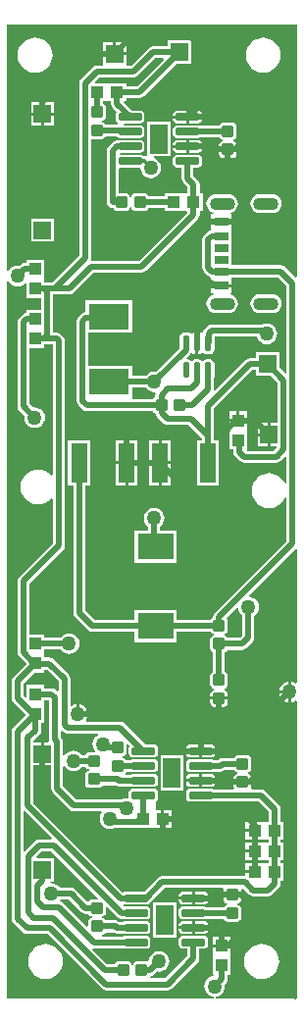
<source format=gbr>
%TF.GenerationSoftware,Altium Limited,Altium Designer,22.2.1 (43)*%
G04 Layer_Physical_Order=2*
G04 Layer_Color=16711680*
%FSLAX45Y45*%
%MOMM*%
%TF.SameCoordinates,1A700276-89F6-4FF8-B3D7-4A67EA63658B*%
%TF.FilePolarity,Positive*%
%TF.FileFunction,Copper,L2,Bot,Signal*%
%TF.Part,Single*%
G01*
G75*
%TA.AperFunction,Conductor*%
%ADD10C,0.50000*%
%TA.AperFunction,ComponentPad*%
%ADD11O,2.20000X1.10000*%
%ADD12R,1.50000X1.50000*%
%ADD13R,1.50000X1.50000*%
%TA.AperFunction,ViaPad*%
%ADD14C,1.27000*%
%TA.AperFunction,SMDPad,CuDef*%
G04:AMPARAMS|DCode=15|XSize=0.94mm|YSize=1.02mm|CornerRadius=0.094mm|HoleSize=0mm|Usage=FLASHONLY|Rotation=270.000|XOffset=0mm|YOffset=0mm|HoleType=Round|Shape=RoundedRectangle|*
%AMROUNDEDRECTD15*
21,1,0.94000,0.83200,0,0,270.0*
21,1,0.75200,1.02000,0,0,270.0*
1,1,0.18800,-0.41600,-0.37600*
1,1,0.18800,-0.41600,0.37600*
1,1,0.18800,0.41600,0.37600*
1,1,0.18800,0.41600,-0.37600*
%
%ADD15ROUNDEDRECTD15*%
%ADD16R,1.00000X1.10000*%
%ADD17R,1.10000X1.00000*%
%TA.AperFunction,ConnectorPad*%
%ADD18R,1.20000X0.80000*%
%ADD19R,1.20000X0.76000*%
%ADD20R,1.20000X0.70000*%
%TA.AperFunction,SMDPad,CuDef*%
%ADD21R,3.12000X2.29000*%
%ADD22R,1.37160X3.40360*%
G04:AMPARAMS|DCode=23|XSize=0.94mm|YSize=1.02mm|CornerRadius=0.094mm|HoleSize=0mm|Usage=FLASHONLY|Rotation=180.000|XOffset=0mm|YOffset=0mm|HoleType=Round|Shape=RoundedRectangle|*
%AMROUNDEDRECTD23*
21,1,0.94000,0.83200,0,0,180.0*
21,1,0.75200,1.02000,0,0,180.0*
1,1,0.18800,-0.37600,0.41600*
1,1,0.18800,0.37600,0.41600*
1,1,0.18800,0.37600,-0.41600*
1,1,0.18800,-0.37600,-0.41600*
%
%ADD23ROUNDEDRECTD23*%
G04:AMPARAMS|DCode=24|XSize=1.97mm|YSize=0.6mm|CornerRadius=0.075mm|HoleSize=0mm|Usage=FLASHONLY|Rotation=180.000|XOffset=0mm|YOffset=0mm|HoleType=Round|Shape=RoundedRectangle|*
%AMROUNDEDRECTD24*
21,1,1.97000,0.45000,0,0,180.0*
21,1,1.82000,0.60000,0,0,180.0*
1,1,0.15000,-0.91000,0.22500*
1,1,0.15000,0.91000,0.22500*
1,1,0.15000,0.91000,-0.22500*
1,1,0.15000,-0.91000,-0.22500*
%
%ADD24ROUNDEDRECTD24*%
%ADD25R,1.50000X2.50000*%
G04:AMPARAMS|DCode=26|XSize=1.37mm|YSize=0.59mm|CornerRadius=0.1475mm|HoleSize=0mm|Usage=FLASHONLY|Rotation=90.000|XOffset=0mm|YOffset=0mm|HoleType=Round|Shape=RoundedRectangle|*
%AMROUNDEDRECTD26*
21,1,1.37000,0.29500,0,0,90.0*
21,1,1.07500,0.59000,0,0,90.0*
1,1,0.29500,0.14750,0.53750*
1,1,0.29500,0.14750,-0.53750*
1,1,0.29500,-0.14750,-0.53750*
1,1,0.29500,-0.14750,0.53750*
%
%ADD26ROUNDEDRECTD26*%
%ADD27R,3.50520X2.26060*%
%TA.AperFunction,Conductor*%
%ADD28C,0.35000*%
G36*
X14697807Y12395579D02*
X14469415Y12167187D01*
X14376698D01*
Y12191200D01*
X14215900D01*
Y12191200D01*
X14206702D01*
Y12191200D01*
X14109267D01*
X14104407Y12202933D01*
X14143684Y12242213D01*
X14439900D01*
X14459566Y12246124D01*
X14476236Y12257264D01*
X14626285Y12407313D01*
X14692947D01*
X14697807Y12395579D01*
D02*
G37*
G36*
X14244911Y12011904D02*
X14248824Y11992239D01*
X14259962Y11975568D01*
X14291911Y11943618D01*
X14286311Y11935237D01*
X14283759Y11922400D01*
Y11877400D01*
X14286311Y11864563D01*
X14293584Y11853680D01*
X14303748Y11846888D01*
X14303897Y11845952D01*
X14297876Y11834188D01*
X14196642D01*
X14189088Y11845490D01*
X14177579Y11853182D01*
X14166800Y11855326D01*
Y11868274D01*
X14177579Y11870418D01*
X14189088Y11878110D01*
X14196780Y11889621D01*
X14199483Y11903199D01*
Y11978399D01*
X14196780Y11991977D01*
X14189088Y12003488D01*
X14177579Y12011180D01*
X14175739Y12011546D01*
Y12040400D01*
X14206702D01*
Y12040400D01*
X14215900D01*
Y12040400D01*
X14244911D01*
Y12011904D01*
D02*
G37*
G36*
X15849600Y10517334D02*
X15836900Y10512073D01*
X15745638Y10603336D01*
X15728966Y10614475D01*
X15709302Y10618387D01*
X15280299D01*
Y10708601D01*
Y10807602D01*
Y10928599D01*
Y10981299D01*
X15194901D01*
X15109500D01*
Y10921693D01*
X15093335Y10918478D01*
X15076665Y10907338D01*
X15046184Y10876858D01*
X15035043Y10860187D01*
X15031133Y10840522D01*
Y10597479D01*
X15035043Y10577814D01*
X15046184Y10561143D01*
X15076665Y10530663D01*
X15093335Y10519524D01*
X15109500Y10516308D01*
Y10456702D01*
X15194901D01*
X15280299D01*
Y10515612D01*
X15688016D01*
X15760114Y10443515D01*
Y9691054D01*
X15748380Y9686193D01*
X15696001Y9738573D01*
Y9866700D01*
X15495200D01*
Y9817687D01*
X15443201D01*
X15423535Y9813776D01*
X15406863Y9802636D01*
X15143030Y9538803D01*
X15131326Y9545059D01*
X15132388Y9550400D01*
Y9641616D01*
X15133571Y9643387D01*
X15136688Y9659052D01*
Y9766553D01*
X15133571Y9782218D01*
X15124696Y9795499D01*
X15111417Y9804373D01*
X15095750Y9807489D01*
X15066251D01*
X15050584Y9804373D01*
X15037305Y9795499D01*
X15029697D01*
X15016415Y9804373D01*
X15000751Y9807489D01*
X14971249D01*
X14955585Y9804373D01*
X14942303Y9795499D01*
X14934695D01*
X14921416Y9804373D01*
X14905750Y9807489D01*
X14898015D01*
X14893155Y9819222D01*
X14927335Y9853403D01*
X14930759Y9858525D01*
X14933167Y9859689D01*
X14945860Y9861730D01*
X14955585Y9855232D01*
X14971249Y9852116D01*
X14973300D01*
Y9946803D01*
Y10041489D01*
X14971249D01*
X14955585Y10038373D01*
X14942303Y10029499D01*
X14934695D01*
X14921416Y10038373D01*
X14905750Y10041489D01*
X14876250D01*
X14860583Y10038373D01*
X14847302Y10029499D01*
X14838429Y10016218D01*
X14835312Y10000553D01*
Y9906725D01*
X14630177Y9701590D01*
X14615160Y9703567D01*
X14591953Y9700512D01*
X14570326Y9691554D01*
X14551756Y9677304D01*
X14542535Y9665287D01*
X14424660D01*
Y9749790D01*
X14049327D01*
Y10036810D01*
X14424660D01*
Y10313670D01*
X14023340D01*
Y10213422D01*
X14006215Y10210016D01*
X13989545Y10198876D01*
X13961604Y10170936D01*
X13950464Y10154265D01*
X13946553Y10134600D01*
Y9448800D01*
X13950464Y9429135D01*
X13961604Y9412464D01*
X13999704Y9374364D01*
X14016376Y9363224D01*
X14036040Y9359313D01*
X14607266D01*
X14608020Y9355522D01*
X14615712Y9344011D01*
X14627223Y9336319D01*
X14628786Y9336008D01*
X14630925Y9325254D01*
X14642065Y9308583D01*
X14695663Y9254984D01*
X14712335Y9243844D01*
X14732001Y9239933D01*
X14913914D01*
X15026053Y9127795D01*
Y9110980D01*
X14983459D01*
Y8719820D01*
X15171420D01*
Y9110980D01*
X15128827D01*
Y9149080D01*
Y9379255D01*
X15464485Y9714913D01*
X15495200D01*
Y9665900D01*
X15623328D01*
X15683913Y9605315D01*
Y9257100D01*
X15621001D01*
Y9156700D01*
Y9056300D01*
X15671268D01*
X15676527Y9043600D01*
X15650516Y9017587D01*
X15419138D01*
X15417000Y9029402D01*
X15417000Y9029402D01*
X15417000Y9029402D01*
Y9186698D01*
X15417000Y9190201D01*
Y9199399D01*
X15417000Y9202902D01*
Y9267099D01*
X15341600D01*
X15266200D01*
Y9202902D01*
X15266200Y9199399D01*
Y9190201D01*
X15266200Y9186698D01*
Y9029402D01*
X15298122D01*
Y9009091D01*
X15302034Y8989426D01*
X15313173Y8972755D01*
X15356064Y8929864D01*
X15372736Y8918724D01*
X15392400Y8914813D01*
X15671800D01*
X15691466Y8918724D01*
X15708136Y8929864D01*
X15748380Y8970107D01*
X15760114Y8965247D01*
Y8735502D01*
X15747923Y8731934D01*
X15733958Y8758062D01*
X15715163Y8780963D01*
X15692262Y8799758D01*
X15666135Y8813724D01*
X15637784Y8822323D01*
X15608299Y8825227D01*
X15578816Y8822323D01*
X15550465Y8813724D01*
X15524338Y8799758D01*
X15501437Y8780963D01*
X15482642Y8758062D01*
X15468677Y8731934D01*
X15460077Y8703584D01*
X15457173Y8674100D01*
X15460077Y8644616D01*
X15468677Y8616266D01*
X15482642Y8590138D01*
X15501437Y8567237D01*
X15524338Y8548442D01*
X15550465Y8534476D01*
X15578816Y8525877D01*
X15608299Y8522973D01*
X15637784Y8525877D01*
X15666135Y8534476D01*
X15692262Y8548442D01*
X15715163Y8567237D01*
X15733958Y8590138D01*
X15747923Y8616266D01*
X15760114Y8612698D01*
Y8238185D01*
X15140164Y7618236D01*
X15129024Y7601565D01*
X15125113Y7581900D01*
Y7579634D01*
X15121323Y7578880D01*
X15109811Y7571188D01*
X15102119Y7559677D01*
X15101584Y7556986D01*
X14811800D01*
Y7645498D01*
X14449001D01*
Y7556986D01*
X14103146D01*
X14018848Y7641285D01*
Y8719820D01*
X14061440D01*
Y9110980D01*
X13873480D01*
Y8719820D01*
X13916074D01*
Y7620000D01*
X13919984Y7600335D01*
X13931123Y7583664D01*
X14045525Y7469262D01*
X14062196Y7458123D01*
X14081862Y7454211D01*
X14449001D01*
Y7365699D01*
X14811800D01*
Y7454211D01*
X15104198D01*
X15109811Y7445810D01*
X15121323Y7438118D01*
X15132100Y7435974D01*
Y7423026D01*
X15121323Y7420882D01*
X15109811Y7413190D01*
X15102119Y7401679D01*
X15099419Y7388101D01*
Y7312901D01*
X15102119Y7299323D01*
X15109811Y7287812D01*
X15121323Y7280120D01*
X15125113Y7279366D01*
Y7109734D01*
X15121323Y7108980D01*
X15109811Y7101288D01*
X15102119Y7089777D01*
X15099419Y7076199D01*
Y7000999D01*
X15102119Y6987421D01*
X15109811Y6975910D01*
X15121323Y6968218D01*
X15132100Y6966074D01*
Y6953126D01*
X15121323Y6950982D01*
X15109811Y6943290D01*
X15102119Y6931779D01*
X15099419Y6918201D01*
Y6893301D01*
X15176500D01*
X15253581D01*
Y6918201D01*
X15250880Y6931779D01*
X15243188Y6943290D01*
X15231677Y6950982D01*
X15220900Y6953126D01*
Y6966074D01*
X15231677Y6968218D01*
X15243188Y6975910D01*
X15250880Y6987421D01*
X15253581Y7000999D01*
Y7076199D01*
X15250880Y7089777D01*
X15243188Y7101288D01*
X15231677Y7108980D01*
X15227887Y7109734D01*
Y7279366D01*
X15231677Y7280120D01*
X15243188Y7287812D01*
X15250742Y7299114D01*
X15376901D01*
X15396565Y7303025D01*
X15413237Y7314165D01*
X15466837Y7367764D01*
X15477975Y7384435D01*
X15481886Y7404100D01*
Y7595635D01*
X15493904Y7604856D01*
X15508154Y7623426D01*
X15517113Y7645053D01*
X15520168Y7668260D01*
X15517113Y7691467D01*
X15508154Y7713094D01*
X15493904Y7731664D01*
X15475334Y7745914D01*
X15453706Y7754872D01*
X15441687Y7756454D01*
X15437135Y7769863D01*
X15836900Y8169628D01*
X15849600Y8164367D01*
Y7016079D01*
X15836900Y7009816D01*
X15830934Y7014394D01*
X15809306Y7023352D01*
X15798801Y7024735D01*
Y6936740D01*
Y6848745D01*
X15809306Y6850128D01*
X15830934Y6859086D01*
X15836900Y6863664D01*
X15849600Y6857401D01*
Y4292600D01*
X15836900Y4279900D01*
X15824200Y4292600D01*
X15155597D01*
X15144765Y4297107D01*
X15144228Y4305299D01*
X15144933Y4305393D01*
X15161607Y4307588D01*
X15183234Y4316546D01*
X15201804Y4330796D01*
X15216054Y4349366D01*
X15225012Y4370993D01*
X15228067Y4394200D01*
X15226089Y4409217D01*
X15238235Y4421364D01*
X15249376Y4438035D01*
X15253287Y4457700D01*
Y4495502D01*
X15277299D01*
Y4652798D01*
X15277299Y4656301D01*
Y4665499D01*
X15277299Y4669002D01*
Y4733199D01*
X15201900D01*
X15126500D01*
Y4669002D01*
X15126500Y4665499D01*
Y4656301D01*
X15126500Y4652798D01*
Y4495502D01*
X15129474D01*
X15130307Y4482802D01*
X15115193Y4480812D01*
X15093565Y4471854D01*
X15074995Y4457604D01*
X15060745Y4439034D01*
X15051788Y4417407D01*
X15048734Y4394200D01*
X15051788Y4370993D01*
X15060745Y4349366D01*
X15074995Y4330796D01*
X15093565Y4316546D01*
X15115193Y4307588D01*
X15131866Y4305393D01*
X15132573Y4305299D01*
X15132036Y4297107D01*
X15121204Y4292600D01*
X13347701D01*
Y10475579D01*
X13353214Y10478201D01*
X13360400Y10479032D01*
X13373196Y10462356D01*
X13391766Y10448106D01*
X13413393Y10439148D01*
X13436600Y10436093D01*
X13459807Y10439148D01*
X13481435Y10448106D01*
X13500005Y10462356D01*
X13501575Y10464401D01*
X13513600Y10460319D01*
Y10337502D01*
X13639214D01*
Y10236498D01*
X13513600D01*
Y10207486D01*
X13512801D01*
X13493135Y10203574D01*
X13476463Y10192435D01*
X13451064Y10167035D01*
X13439925Y10150364D01*
X13436012Y10130699D01*
Y9400540D01*
X13439925Y9380875D01*
X13451064Y9364204D01*
X13496230Y9319037D01*
X13494254Y9304020D01*
X13497308Y9280813D01*
X13506265Y9259186D01*
X13520515Y9240616D01*
X13539085Y9226366D01*
X13560713Y9217408D01*
X13583920Y9214353D01*
X13607127Y9217408D01*
X13628754Y9226366D01*
X13647324Y9240616D01*
X13661574Y9259186D01*
X13670532Y9280813D01*
X13673587Y9304020D01*
X13670532Y9327227D01*
X13661574Y9348854D01*
X13647324Y9367424D01*
X13628754Y9381674D01*
X13607127Y9390632D01*
X13583920Y9393687D01*
X13568903Y9391710D01*
X13538786Y9421825D01*
Y9905702D01*
X13664400D01*
Y9934714D01*
X13740813D01*
Y8808261D01*
X13728113Y8803717D01*
X13721263Y8812063D01*
X13698363Y8830858D01*
X13672234Y8844823D01*
X13643884Y8853423D01*
X13614400Y8856327D01*
X13584917Y8853423D01*
X13556566Y8844823D01*
X13530438Y8830858D01*
X13507536Y8812063D01*
X13488742Y8789162D01*
X13474776Y8763034D01*
X13466177Y8734683D01*
X13463274Y8705200D01*
X13466177Y8675716D01*
X13474776Y8647366D01*
X13488742Y8621238D01*
X13507536Y8598337D01*
X13530438Y8579542D01*
X13556566Y8565576D01*
X13584917Y8556976D01*
X13614400Y8554072D01*
X13643884Y8556976D01*
X13672234Y8565576D01*
X13698363Y8579542D01*
X13721263Y8598337D01*
X13728113Y8606683D01*
X13740813Y8602138D01*
Y8220405D01*
X13451064Y7930656D01*
X13439925Y7913985D01*
X13436012Y7894320D01*
Y7277100D01*
X13439925Y7257435D01*
X13451064Y7240764D01*
X13512427Y7179401D01*
X13400264Y7067239D01*
X13389124Y7050568D01*
X13385213Y7030903D01*
Y6883400D01*
X13389124Y6863735D01*
X13400264Y6847064D01*
X13508028Y6739301D01*
X13400264Y6631538D01*
X13389124Y6614867D01*
X13385213Y6595201D01*
Y4979335D01*
X13389124Y4959670D01*
X13400264Y4942998D01*
X13483144Y4860118D01*
X13499815Y4848979D01*
X13519479Y4845067D01*
X13697920D01*
X14167345Y4375644D01*
X14184015Y4364504D01*
X14203680Y4360593D01*
X14732001D01*
X14751665Y4364504D01*
X14768336Y4375644D01*
X14990430Y4597736D01*
X15001569Y4614407D01*
X15005479Y4634073D01*
Y4719155D01*
X15045091D01*
X15057928Y4721709D01*
X15068813Y4728980D01*
X15076083Y4739863D01*
X15078638Y4752700D01*
Y4797700D01*
X15076083Y4810537D01*
X15068813Y4821420D01*
X15057928Y4828691D01*
X15045091Y4831245D01*
X14863094D01*
X14850256Y4828691D01*
X14839372Y4821420D01*
X14832101Y4810537D01*
X14829549Y4797700D01*
Y4752700D01*
X14832101Y4739863D01*
X14839372Y4728980D01*
X14850256Y4721709D01*
X14863094Y4719155D01*
X14902705D01*
Y4655358D01*
X14710715Y4463367D01*
X14588055D01*
X14579893Y4475363D01*
X14580020Y4475764D01*
X14584802Y4483042D01*
X14601805Y4486424D01*
X14618475Y4497564D01*
X14643323Y4522410D01*
X14658340Y4520433D01*
X14681548Y4523488D01*
X14703174Y4532446D01*
X14721744Y4546696D01*
X14735994Y4565266D01*
X14744952Y4586893D01*
X14748007Y4610100D01*
X14744952Y4633307D01*
X14735994Y4654934D01*
X14721744Y4673504D01*
X14703174Y4687754D01*
X14681548Y4696712D01*
X14658340Y4699767D01*
X14635133Y4696712D01*
X14613506Y4687754D01*
X14594936Y4673504D01*
X14580685Y4654934D01*
X14571729Y4633307D01*
X14569388Y4615530D01*
X14558237Y4608799D01*
X14556107Y4608534D01*
X14543799Y4610982D01*
X14468599D01*
X14455022Y4608281D01*
X14443510Y4600589D01*
X14435818Y4589078D01*
X14433675Y4578300D01*
X14420726D01*
X14418582Y4589078D01*
X14410890Y4600589D01*
X14399379Y4608281D01*
X14385802Y4610982D01*
X14310600D01*
X14297023Y4608281D01*
X14285512Y4600589D01*
X14277820Y4589078D01*
X14277066Y4585287D01*
X14209679D01*
X14081531Y4713436D01*
X14087787Y4725140D01*
X14094460Y4723813D01*
X14352112D01*
X14355261Y4721709D01*
X14368098Y4719155D01*
X14550098D01*
X14562933Y4721709D01*
X14573817Y4728980D01*
X14581088Y4739863D01*
X14583643Y4752700D01*
Y4797700D01*
X14581088Y4810537D01*
X14573817Y4821420D01*
X14562933Y4828691D01*
X14550098Y4831245D01*
X14368098D01*
X14355261Y4828691D01*
X14352112Y4826587D01*
X14166599D01*
X14165347Y4839287D01*
X14177579Y4841720D01*
X14189088Y4849412D01*
X14196642Y4860714D01*
X14266232D01*
X14275195Y4854724D01*
X14294861Y4850813D01*
X14352112D01*
X14355261Y4848709D01*
X14368098Y4846155D01*
X14550098D01*
X14562933Y4848709D01*
X14573817Y4855980D01*
X14581088Y4866863D01*
X14583643Y4879700D01*
Y4924700D01*
X14581088Y4937537D01*
X14573817Y4948420D01*
X14562933Y4955691D01*
X14550098Y4958245D01*
X14368098D01*
X14355261Y4955691D01*
X14352112Y4953587D01*
X14313589D01*
X14304625Y4959577D01*
X14284959Y4963488D01*
X14196642D01*
X14189088Y4974790D01*
X14177579Y4982482D01*
X14166800Y4984626D01*
Y4997574D01*
X14177579Y4999718D01*
X14189088Y5007410D01*
X14196780Y5018921D01*
X14199483Y5032499D01*
Y5073672D01*
X14211215Y5078533D01*
X14296884Y4992864D01*
X14313554Y4981724D01*
X14333220Y4977813D01*
X14352112D01*
X14355261Y4975709D01*
X14368098Y4973155D01*
X14550098D01*
X14562933Y4975709D01*
X14573817Y4982980D01*
X14581088Y4993863D01*
X14583643Y5006700D01*
Y5051700D01*
X14581088Y5064537D01*
X14573817Y5075420D01*
X14562933Y5082691D01*
X14550098Y5085245D01*
X14368098D01*
X14355261Y5082691D01*
X14353548Y5081546D01*
X14349606Y5085486D01*
X14352020Y5101033D01*
X14355261Y5102709D01*
X14368098Y5100155D01*
X14550098D01*
X14562933Y5102709D01*
X14573817Y5109980D01*
X14578407Y5116851D01*
X14582916Y5119864D01*
X14705025Y5241973D01*
X15206581D01*
X15215166Y5229272D01*
X15213718Y5221999D01*
Y5197099D01*
X15290800D01*
X15367882D01*
Y5221999D01*
X15367818Y5222321D01*
X15376944Y5234664D01*
X15385651Y5235401D01*
X15432610Y5188444D01*
X15449280Y5177304D01*
X15468945Y5173393D01*
X15600681D01*
X15620345Y5177304D01*
X15637016Y5188444D01*
X15691534Y5242962D01*
X15702673Y5259633D01*
X15706586Y5279299D01*
Y5309400D01*
X15735599D01*
Y5460200D01*
X15706586D01*
Y5487200D01*
X15735599D01*
Y5638000D01*
X15706586D01*
Y5665000D01*
X15735599D01*
Y5815800D01*
X15706586D01*
Y5925820D01*
X15702673Y5945485D01*
X15691534Y5962156D01*
X15572156Y6081536D01*
X15555484Y6092676D01*
X15535818Y6096587D01*
X15462222D01*
X15454829Y6109288D01*
X15456783Y6119101D01*
Y6144001D01*
X15379700D01*
X15302618D01*
Y6119101D01*
X15304570Y6109288D01*
X15297179Y6096587D01*
X15124583D01*
X15121434Y6098691D01*
X15108597Y6101245D01*
X14926598D01*
X14913760Y6098691D01*
X14902878Y6091420D01*
X14895605Y6080537D01*
X14893053Y6067700D01*
Y6022700D01*
X14895605Y6009863D01*
X14902878Y5998980D01*
X14913760Y5991709D01*
X14926598Y5989155D01*
X15108597D01*
X15121434Y5991709D01*
X15124583Y5993813D01*
X15514532D01*
X15603812Y5904535D01*
Y5815800D01*
X15578302D01*
X15574799Y5815800D01*
X15565601D01*
X15562099Y5815800D01*
X15497900D01*
Y5740400D01*
Y5665000D01*
X15562099D01*
X15565601Y5665000D01*
X15574799D01*
X15578302Y5665000D01*
X15603812D01*
Y5638000D01*
X15578302D01*
X15574799Y5638000D01*
X15565601D01*
X15562099Y5638000D01*
X15497900D01*
Y5562600D01*
Y5487200D01*
X15562099D01*
X15565601Y5487200D01*
X15574799D01*
X15578302Y5487200D01*
X15603812D01*
Y5460200D01*
X15574799D01*
Y5460200D01*
X15565601D01*
Y5460200D01*
X15497900D01*
Y5384800D01*
X15485201D01*
Y5372100D01*
X15404802D01*
Y5348388D01*
X15400365Y5344747D01*
X14683740D01*
X14664075Y5340836D01*
X14647404Y5329696D01*
X14529951Y5212245D01*
X14368098D01*
X14355261Y5209691D01*
X14352112Y5207587D01*
X14346886D01*
X13576888Y5977585D01*
X13576888Y6300476D01*
X13639799D01*
Y6400876D01*
Y6501276D01*
X13576888D01*
Y6519215D01*
X13625336Y6567664D01*
X13636476Y6584335D01*
X13640387Y6604000D01*
Y6667202D01*
X13664400D01*
Y6824499D01*
X13664400Y6828001D01*
X13664400D01*
Y6837199D01*
X13664400D01*
Y6866211D01*
X13707414D01*
X13710333Y6863293D01*
Y6525260D01*
X13712576Y6513976D01*
X13703018Y6501276D01*
X13665199D01*
Y6400876D01*
Y6300476D01*
X13726514D01*
Y6101080D01*
X13730424Y6081415D01*
X13741563Y6064744D01*
X13886343Y5919964D01*
X13903015Y5908824D01*
X13922681Y5904913D01*
X14158562D01*
X14164178Y5893522D01*
X14159045Y5886834D01*
X14150089Y5865207D01*
X14147034Y5842000D01*
X14150089Y5818793D01*
X14159045Y5797166D01*
X14173296Y5778596D01*
X14191866Y5764346D01*
X14213493Y5755388D01*
X14236700Y5752333D01*
X14259908Y5755388D01*
X14273483Y5761012D01*
X14490004D01*
X14509669Y5764923D01*
X14512180Y5766600D01*
X14596899D01*
X14600401Y5766600D01*
Y5766600D01*
X14609599D01*
Y5766600D01*
X14677299D01*
Y5842000D01*
Y5917400D01*
X14628015D01*
Y5992762D01*
X14637321Y5998980D01*
X14644594Y6009863D01*
X14647147Y6022700D01*
Y6067700D01*
X14644594Y6080537D01*
X14637321Y6091420D01*
X14626439Y6098691D01*
X14613602Y6101245D01*
X14431602D01*
X14418765Y6098691D01*
X14407883Y6091420D01*
X14400610Y6080537D01*
X14398058Y6067700D01*
Y6027985D01*
X14387923Y6016510D01*
X14376401Y6018027D01*
X14353194Y6014972D01*
X14335606Y6007687D01*
X13943965D01*
X13829288Y6122365D01*
Y6290120D01*
X13840697Y6294792D01*
X13841988Y6294691D01*
X13855795Y6276695D01*
X13874367Y6262445D01*
X13895993Y6253487D01*
X13919200Y6250432D01*
X13942407Y6253487D01*
X13964034Y6262445D01*
X13982603Y6276695D01*
X13991824Y6288712D01*
X14022758D01*
X14030312Y6277410D01*
X14041821Y6269718D01*
X14052600Y6267574D01*
Y6254626D01*
X14041821Y6252482D01*
X14030312Y6244790D01*
X14022620Y6233279D01*
X14019917Y6219701D01*
Y6144501D01*
X14022620Y6130923D01*
X14030312Y6119412D01*
X14041821Y6111720D01*
X14055400Y6109019D01*
X14138600D01*
X14152177Y6111720D01*
X14163689Y6119412D01*
X14171242Y6130714D01*
X14284012D01*
X14292976Y6124724D01*
X14312640Y6120813D01*
X14415617D01*
X14418765Y6118709D01*
X14431602Y6116155D01*
X14613602D01*
X14626439Y6118709D01*
X14637321Y6125980D01*
X14644594Y6136863D01*
X14647147Y6149700D01*
Y6194700D01*
X14644594Y6207537D01*
X14637321Y6218420D01*
X14626439Y6225691D01*
X14613602Y6228245D01*
X14431602D01*
X14418765Y6225691D01*
X14415617Y6223587D01*
X14374236D01*
X14371678Y6227113D01*
X14369215Y6234478D01*
X14376572Y6245014D01*
X14409419D01*
X14417424Y6246606D01*
X14418765Y6245709D01*
X14431602Y6243155D01*
X14613602D01*
X14626439Y6245709D01*
X14637321Y6252980D01*
X14644594Y6263863D01*
X14647147Y6276700D01*
Y6321700D01*
X14644594Y6334537D01*
X14637321Y6345420D01*
X14626439Y6352691D01*
X14613602Y6355245D01*
X14431602D01*
X14418765Y6352691D01*
X14415617Y6350587D01*
X14412219D01*
X14398148Y6347788D01*
X14374442D01*
X14366888Y6359090D01*
X14355379Y6366782D01*
X14344600Y6368926D01*
Y6381874D01*
X14355379Y6384018D01*
X14366888Y6391710D01*
X14374580Y6403221D01*
X14377283Y6416799D01*
Y6480888D01*
X14389983Y6486148D01*
X14406210Y6469918D01*
X14400610Y6461537D01*
X14398058Y6448700D01*
Y6403700D01*
X14400610Y6390863D01*
X14407883Y6379980D01*
X14418765Y6372709D01*
X14431602Y6370155D01*
X14613602D01*
X14626439Y6372709D01*
X14637321Y6379980D01*
X14644594Y6390863D01*
X14647147Y6403700D01*
Y6448700D01*
X14644594Y6461537D01*
X14637321Y6472420D01*
X14626439Y6479691D01*
X14613602Y6482245D01*
X14539230D01*
X14356535Y6664939D01*
X14339865Y6676078D01*
X14320200Y6679990D01*
X14033203D01*
X14027585Y6691380D01*
X14032414Y6697673D01*
X14041373Y6719299D01*
X14042755Y6729806D01*
X13954761D01*
Y6742506D01*
X13942059D01*
Y6830501D01*
X13931554Y6829118D01*
X13909926Y6820160D01*
X13903635Y6815332D01*
X13892242Y6820949D01*
Y7050644D01*
X13888332Y7070309D01*
X13877193Y7086980D01*
X13747034Y7217139D01*
X13730362Y7228279D01*
X13710696Y7232190D01*
X13664400D01*
Y7260200D01*
X13664400Y7263702D01*
X13664400D01*
Y7272901D01*
X13664400D01*
Y7301913D01*
X13808475D01*
X13817696Y7289896D01*
X13836266Y7275646D01*
X13857893Y7266688D01*
X13881100Y7263633D01*
X13904308Y7266688D01*
X13925934Y7275646D01*
X13944504Y7289896D01*
X13958754Y7308466D01*
X13967712Y7330093D01*
X13970767Y7353300D01*
X13967712Y7376507D01*
X13958754Y7398134D01*
X13944504Y7416704D01*
X13925934Y7430954D01*
X13904308Y7439912D01*
X13881100Y7442967D01*
X13857893Y7439912D01*
X13836266Y7430954D01*
X13817696Y7416704D01*
X13808475Y7404687D01*
X13664400D01*
Y7433700D01*
X13538786D01*
Y7873035D01*
X13828535Y8162784D01*
X13839676Y8179455D01*
X13843587Y8199120D01*
Y9968321D01*
X13839676Y9987987D01*
X13828535Y10004658D01*
X13810756Y10022438D01*
X13794086Y10033577D01*
X13774420Y10037489D01*
X13741988D01*
Y10366514D01*
X13886180D01*
X13905846Y10370426D01*
X13922516Y10381565D01*
X14097964Y10557014D01*
X14507301D01*
X14526967Y10560926D01*
X14543639Y10572065D01*
X14993034Y11021462D01*
X15004173Y11038133D01*
X15008086Y11057799D01*
Y11087900D01*
X15037099D01*
Y11238700D01*
X15008086D01*
Y11313160D01*
X15004173Y11332825D01*
X14993034Y11349496D01*
X14954684Y11387846D01*
Y11462855D01*
X14994296D01*
X15007133Y11465409D01*
X15018018Y11472680D01*
X15025288Y11483563D01*
X15027843Y11496400D01*
Y11541400D01*
X15025288Y11554237D01*
X15018018Y11565120D01*
X15007133Y11572391D01*
X14994296Y11574945D01*
X14812299D01*
X14799461Y11572391D01*
X14788577Y11565120D01*
X14781306Y11554237D01*
X14778754Y11541400D01*
Y11496400D01*
X14781306Y11483563D01*
X14788577Y11472680D01*
X14799461Y11465409D01*
X14812299Y11462855D01*
X14851910D01*
Y11366561D01*
X14855823Y11346896D01*
X14866962Y11330225D01*
X14905312Y11291875D01*
Y11238700D01*
X14879802D01*
X14876299Y11238700D01*
X14867101D01*
X14863599Y11238700D01*
X14706302D01*
Y11214687D01*
X14564635D01*
X14563879Y11218478D01*
X14556187Y11229989D01*
X14544678Y11237681D01*
X14531099Y11240382D01*
X14455899D01*
X14442320Y11237681D01*
X14430811Y11229989D01*
X14423119Y11218478D01*
X14420975Y11207700D01*
X14408026D01*
X14405882Y11218478D01*
X14398190Y11229989D01*
X14386679Y11237681D01*
X14373100Y11240382D01*
X14308408D01*
Y11455555D01*
X14317303Y11462855D01*
X14495470D01*
X14497552Y11460480D01*
X14500607Y11437273D01*
X14509566Y11415646D01*
X14523816Y11397076D01*
X14542386Y11382826D01*
X14564014Y11373868D01*
X14587219Y11370813D01*
X14610426Y11373868D01*
X14632054Y11382826D01*
X14650624Y11397076D01*
X14664874Y11415646D01*
X14673833Y11437273D01*
X14676888Y11460480D01*
X14673833Y11483687D01*
X14664874Y11505314D01*
X14650624Y11523884D01*
X14632054Y11538134D01*
X14610428Y11547092D01*
X14613268Y11559000D01*
X14756200D01*
Y11859800D01*
X14555400D01*
Y11567996D01*
X14551907Y11564920D01*
X14542700Y11559876D01*
X14528799Y11562640D01*
X14524680D01*
X14523022Y11565120D01*
X14512138Y11572391D01*
X14499303Y11574945D01*
X14321594D01*
X14320193Y11577665D01*
X14327098Y11589855D01*
X14499303D01*
X14512138Y11592409D01*
X14523022Y11599680D01*
X14530293Y11610563D01*
X14532848Y11623400D01*
Y11668400D01*
X14530293Y11681237D01*
X14523022Y11692120D01*
X14512138Y11699391D01*
X14499303Y11701945D01*
X14317303D01*
X14304466Y11699391D01*
X14301317Y11697287D01*
X14295120D01*
X14275455Y11693376D01*
X14258784Y11682236D01*
X14220683Y11644136D01*
X14209544Y11627465D01*
X14205634Y11607800D01*
Y11163300D01*
X14209544Y11143635D01*
X14220683Y11126964D01*
X14237355Y11115824D01*
X14257021Y11111913D01*
X14264366D01*
X14265120Y11108122D01*
X14272812Y11096611D01*
X14284323Y11088919D01*
X14297900Y11086218D01*
X14373100D01*
X14386679Y11088919D01*
X14398190Y11096611D01*
X14405882Y11108122D01*
X14408026Y11118900D01*
X14420975D01*
X14423119Y11108122D01*
X14430811Y11096611D01*
X14442320Y11088919D01*
X14455899Y11086218D01*
X14531099D01*
X14544678Y11088919D01*
X14556187Y11096611D01*
X14563879Y11108122D01*
X14564635Y11111913D01*
X14706302D01*
Y11087900D01*
X14863599D01*
X14867101Y11087900D01*
X14876299D01*
X14879802Y11087900D01*
X14896167D01*
X14901428Y11075200D01*
X14486015Y10659789D01*
X14080977D01*
X14072552Y10667417D01*
X14070354Y10671479D01*
X14072186Y10680700D01*
Y11702651D01*
X14080800Y11709719D01*
X14164000D01*
X14177579Y11712420D01*
X14189088Y11720112D01*
X14196642Y11731414D01*
X14290421D01*
X14293584Y11726680D01*
X14304466Y11719409D01*
X14317303Y11716855D01*
X14499303D01*
X14512138Y11719409D01*
X14523022Y11726680D01*
X14530293Y11737563D01*
X14532848Y11750400D01*
Y11795400D01*
X14530293Y11808237D01*
X14523022Y11819120D01*
X14512138Y11826391D01*
X14499303Y11828945D01*
X14357271D01*
X14354860Y11831155D01*
X14359801Y11843855D01*
X14499303D01*
X14512138Y11846409D01*
X14523022Y11853680D01*
X14530293Y11864563D01*
X14532848Y11877400D01*
Y11922400D01*
X14530293Y11935237D01*
X14523022Y11946120D01*
X14512138Y11953391D01*
X14499303Y11955945D01*
X14424930D01*
X14353175Y12027700D01*
X14358435Y12040400D01*
X14376698D01*
Y12064413D01*
X14490700D01*
X14510365Y12068324D01*
X14527036Y12079464D01*
X14805873Y12358300D01*
X14934000D01*
Y12559100D01*
X14733200D01*
Y12510087D01*
X14605000D01*
X14585335Y12506176D01*
X14568665Y12495036D01*
X14418616Y12344987D01*
X14387646D01*
X14375200Y12345600D01*
X14375200Y12357688D01*
Y12433300D01*
X14174400D01*
X14174400Y12345600D01*
X14161954Y12344987D01*
X14122400D01*
X14102734Y12341076D01*
X14086064Y12329936D01*
X13984464Y12228336D01*
X13973325Y12211665D01*
X13969414Y12192000D01*
Y10701985D01*
X13736716Y10469289D01*
X13664400D01*
Y10498301D01*
X13664400Y10498301D01*
Y10507499D01*
X13664400D01*
X13664400Y10511001D01*
Y10668298D01*
X13513600D01*
Y10639286D01*
X13498740D01*
X13479073Y10635374D01*
X13462402Y10624235D01*
X13451617Y10613450D01*
X13436600Y10615427D01*
X13413393Y10612372D01*
X13391766Y10603414D01*
X13373196Y10589164D01*
X13360400Y10572488D01*
X13353214Y10573319D01*
X13347701Y10575941D01*
Y12699966D01*
X15849600D01*
Y10517334D01*
D02*
G37*
G36*
X14551756Y9550496D02*
X14570326Y9536246D01*
X14591953Y9527288D01*
X14615160Y9524233D01*
X14620613Y9524951D01*
X14629747Y9513344D01*
X14627014Y9499600D01*
Y9484941D01*
X14615712Y9477389D01*
X14608020Y9465878D01*
X14607266Y9462087D01*
X14429144D01*
X14424660Y9472930D01*
X14424660D01*
Y9562513D01*
X14542535D01*
X14551756Y9550496D01*
D02*
G37*
G36*
X15342307Y7657073D02*
X15343887Y7645053D01*
X15352846Y7623426D01*
X15367096Y7604856D01*
X15379112Y7595635D01*
Y7425385D01*
X15355617Y7401888D01*
X15250742D01*
X15243188Y7413190D01*
X15231677Y7420882D01*
X15220900Y7423026D01*
Y7435974D01*
X15231677Y7438118D01*
X15243188Y7445810D01*
X15250880Y7457321D01*
X15253581Y7470899D01*
Y7546099D01*
X15250880Y7559677D01*
X15243188Y7571188D01*
X15242764Y7575493D01*
X15328897Y7661624D01*
X15342307Y7657073D01*
D02*
G37*
G36*
X13789468Y7029359D02*
Y6946096D01*
X13777736Y6941235D01*
X13765036Y6953935D01*
X13748364Y6965074D01*
X13728700Y6968986D01*
X13664400D01*
Y6997998D01*
X13513600D01*
Y6895666D01*
X13501868Y6890806D01*
X13487987Y6904685D01*
Y7009618D01*
X13581273Y7102903D01*
X13664400D01*
Y7129416D01*
X13689412D01*
X13789468Y7029359D01*
D02*
G37*
G36*
X13830717Y6592266D02*
X13847389Y6581127D01*
X13867055Y6577215D01*
X14131252D01*
X14133777Y6564515D01*
X14128366Y6562274D01*
X14109796Y6548024D01*
X14095546Y6529454D01*
X14086588Y6507827D01*
X14083533Y6484620D01*
X14086588Y6461413D01*
X14095546Y6439786D01*
X14106216Y6425881D01*
X14100246Y6413181D01*
X14055400D01*
X14041821Y6410480D01*
X14030312Y6402788D01*
X14022758Y6391486D01*
X13991824D01*
X13982603Y6403503D01*
X13964034Y6417753D01*
X13942407Y6426711D01*
X13919200Y6429766D01*
X13895993Y6426711D01*
X13874367Y6417753D01*
X13855795Y6403503D01*
X13841988Y6385507D01*
X13840697Y6385407D01*
X13829288Y6390078D01*
Y6509080D01*
X13825375Y6528745D01*
X13814236Y6545416D01*
X13813107Y6546545D01*
Y6593283D01*
X13824841Y6598143D01*
X13830717Y6592266D01*
D02*
G37*
G36*
X13732607Y5676521D02*
X13727747Y5664787D01*
X13627100D01*
X13607436Y5660876D01*
X13590764Y5649736D01*
X13500687Y5559660D01*
X13487987Y5564920D01*
Y5903180D01*
X13500687Y5908440D01*
X13732607Y5676521D01*
D02*
G37*
G36*
X14134834Y5154914D02*
X14129973Y5143181D01*
X14080800D01*
X14067223Y5140480D01*
X14055711Y5132788D01*
X14054955Y5131657D01*
X14038605Y5130047D01*
X13935475Y5233176D01*
X13918803Y5244316D01*
X13899139Y5248227D01*
X13798785D01*
X13789565Y5260244D01*
X13770995Y5274494D01*
X13749367Y5283452D01*
X13726160Y5286507D01*
X13722729Y5286055D01*
X13713939Y5297708D01*
X13715140Y5300478D01*
X13752901D01*
Y5501278D01*
X13604243D01*
X13599384Y5513011D01*
X13648386Y5562013D01*
X13727734D01*
X14134834Y5154914D01*
D02*
G37*
G36*
X13989545Y5033763D02*
X14006215Y5022623D01*
X14025880Y5018712D01*
X14048158D01*
X14055711Y5007410D01*
X14067223Y4999718D01*
X14078000Y4997574D01*
Y4984626D01*
X14067223Y4982482D01*
X14055711Y4974790D01*
X14048019Y4963279D01*
X14045319Y4949701D01*
Y4913608D01*
X14033585Y4908747D01*
X13827338Y5114995D01*
X13810666Y5126135D01*
X13810481Y5126171D01*
X13804782Y5140254D01*
X13808380Y5145453D01*
X13877853D01*
X13989545Y5033763D01*
D02*
G37*
%LPC*%
G36*
X14375200Y12546400D02*
X14287500D01*
Y12458700D01*
X14375200D01*
Y12546400D01*
D02*
G37*
G36*
X14262100D02*
X14174400D01*
Y12458700D01*
X14262100D01*
Y12546400D01*
D02*
G37*
G36*
X15557500Y12584427D02*
X15528017Y12581523D01*
X15499666Y12572924D01*
X15473538Y12558958D01*
X15450636Y12540163D01*
X15431842Y12517262D01*
X15417876Y12491134D01*
X15409277Y12462784D01*
X15406374Y12433300D01*
X15409277Y12403816D01*
X15417876Y12375466D01*
X15431842Y12349338D01*
X15450636Y12326437D01*
X15473538Y12307642D01*
X15499666Y12293676D01*
X15528017Y12285077D01*
X15557500Y12282173D01*
X15586984Y12285077D01*
X15615334Y12293676D01*
X15641463Y12307642D01*
X15664363Y12326437D01*
X15683157Y12349338D01*
X15697124Y12375466D01*
X15705724Y12403816D01*
X15708627Y12433300D01*
X15705724Y12462784D01*
X15697124Y12491134D01*
X15683157Y12517262D01*
X15664363Y12540163D01*
X15641463Y12558958D01*
X15615334Y12572924D01*
X15586984Y12581523D01*
X15557500Y12584427D01*
D02*
G37*
G36*
X13589000D02*
X13559515Y12581523D01*
X13531166Y12572924D01*
X13505038Y12558958D01*
X13482137Y12540163D01*
X13463342Y12517262D01*
X13449376Y12491134D01*
X13440778Y12462784D01*
X13437872Y12433300D01*
X13440778Y12403816D01*
X13449376Y12375466D01*
X13463342Y12349338D01*
X13482137Y12326437D01*
X13505038Y12307642D01*
X13531166Y12293676D01*
X13559515Y12285077D01*
X13589000Y12282173D01*
X13618484Y12285077D01*
X13646834Y12293676D01*
X13672961Y12307642D01*
X13695863Y12326437D01*
X13714658Y12349338D01*
X13728624Y12375466D01*
X13737222Y12403816D01*
X13740128Y12433300D01*
X13737222Y12462784D01*
X13728624Y12491134D01*
X13714658Y12517262D01*
X13695863Y12540163D01*
X13672961Y12558958D01*
X13646834Y12572924D01*
X13618484Y12581523D01*
X13589000Y12584427D01*
D02*
G37*
G36*
X13752901Y12025700D02*
X13665199D01*
Y11938000D01*
X13752901D01*
Y12025700D01*
D02*
G37*
G36*
X13639799D02*
X13552100D01*
Y11938000D01*
X13639799D01*
Y12025700D01*
D02*
G37*
G36*
X14994296Y11955945D02*
X14915997D01*
Y11912600D01*
X15027843D01*
Y11922400D01*
X15025288Y11935237D01*
X15018018Y11946120D01*
X15007133Y11953391D01*
X14994296Y11955945D01*
D02*
G37*
G36*
X14890598D02*
X14812299D01*
X14799461Y11953391D01*
X14788577Y11946120D01*
X14781306Y11935237D01*
X14778754Y11922400D01*
Y11912600D01*
X14890598D01*
Y11955945D01*
D02*
G37*
G36*
X15027843Y11887200D02*
X14915997D01*
Y11843855D01*
X14994296D01*
X15007133Y11846409D01*
X15018018Y11853680D01*
X15025288Y11864563D01*
X15027843Y11877400D01*
Y11887200D01*
D02*
G37*
G36*
X14890598D02*
X14778754D01*
Y11877400D01*
X14781306Y11864563D01*
X14788577Y11853680D01*
X14799461Y11846409D01*
X14812299Y11843855D01*
X14890598D01*
Y11887200D01*
D02*
G37*
G36*
X13752901Y11912600D02*
X13665199D01*
Y11824900D01*
X13752901D01*
Y11912600D01*
D02*
G37*
G36*
X13639799D02*
X13552100D01*
Y11824900D01*
X13639799D01*
Y11912600D01*
D02*
G37*
G36*
X15294299Y11848781D02*
X15211099D01*
X15197522Y11846080D01*
X15186011Y11838388D01*
X15178459Y11827086D01*
X15077699D01*
X15063628Y11824287D01*
X15010283D01*
X15007133Y11826391D01*
X14994296Y11828945D01*
X14812299D01*
X14799461Y11826391D01*
X14788577Y11819120D01*
X14781306Y11808237D01*
X14778754Y11795400D01*
Y11750400D01*
X14781306Y11737563D01*
X14788577Y11726680D01*
X14799461Y11719409D01*
X14812299Y11716855D01*
X14994296D01*
X15007133Y11719409D01*
X15010283Y11721513D01*
X15074899D01*
X15088972Y11724312D01*
X15178459D01*
X15186011Y11713010D01*
X15197522Y11705318D01*
X15208299Y11703174D01*
Y11690226D01*
X15197522Y11688082D01*
X15186011Y11680390D01*
X15178319Y11668879D01*
X15175618Y11655301D01*
Y11630401D01*
X15252699D01*
X15329782D01*
Y11655301D01*
X15327081Y11668879D01*
X15319389Y11680390D01*
X15307878Y11688082D01*
X15297099Y11690226D01*
Y11703174D01*
X15307878Y11705318D01*
X15319389Y11713010D01*
X15327081Y11724521D01*
X15329782Y11738099D01*
Y11813299D01*
X15327081Y11826877D01*
X15319389Y11838388D01*
X15307878Y11846080D01*
X15294299Y11848781D01*
D02*
G37*
G36*
X14994296Y11701945D02*
X14915997D01*
Y11658600D01*
X15027843D01*
Y11668400D01*
X15025288Y11681237D01*
X15018018Y11692120D01*
X15007133Y11699391D01*
X14994296Y11701945D01*
D02*
G37*
G36*
X14890598D02*
X14812299D01*
X14799461Y11699391D01*
X14788577Y11692120D01*
X14781306Y11681237D01*
X14778754Y11668400D01*
Y11658600D01*
X14890598D01*
Y11701945D01*
D02*
G37*
G36*
X15027843Y11633200D02*
X14915997D01*
Y11589855D01*
X14994296D01*
X15007133Y11592409D01*
X15018018Y11599680D01*
X15025288Y11610563D01*
X15027843Y11623400D01*
Y11633200D01*
D02*
G37*
G36*
X14890598D02*
X14778754D01*
Y11623400D01*
X14781306Y11610563D01*
X14788577Y11599680D01*
X14799461Y11592409D01*
X14812299Y11589855D01*
X14890598D01*
Y11633200D01*
D02*
G37*
G36*
X15329782Y11605001D02*
X15265401D01*
Y11544619D01*
X15294299D01*
X15307878Y11547320D01*
X15319389Y11555012D01*
X15327081Y11566523D01*
X15329782Y11580101D01*
Y11605001D01*
D02*
G37*
G36*
X15239999D02*
X15175618D01*
Y11580101D01*
X15178319Y11566523D01*
X15186011Y11555012D01*
X15197522Y11547320D01*
X15211099Y11544619D01*
X15239999D01*
Y11605001D01*
D02*
G37*
G36*
X15637900Y11232095D02*
X15527901D01*
X15506911Y11229332D01*
X15487354Y11221230D01*
X15470558Y11208343D01*
X15457671Y11191548D01*
X15449570Y11171990D01*
X15446806Y11151001D01*
X15449570Y11130013D01*
X15457671Y11110455D01*
X15470558Y11093660D01*
X15487354Y11080772D01*
X15506911Y11072671D01*
X15527901Y11069908D01*
X15637900D01*
X15658888Y11072671D01*
X15678447Y11080772D01*
X15695242Y11093660D01*
X15708128Y11110455D01*
X15716229Y11130013D01*
X15718994Y11151001D01*
X15716229Y11171990D01*
X15708128Y11191548D01*
X15695242Y11208343D01*
X15678447Y11221230D01*
X15658888Y11229332D01*
X15637900Y11232095D01*
D02*
G37*
G36*
X15257901D02*
X15147900D01*
X15126912Y11229332D01*
X15107355Y11221230D01*
X15090559Y11208343D01*
X15077672Y11191548D01*
X15069569Y11171990D01*
X15066808Y11151001D01*
X15069569Y11130013D01*
X15077672Y11110455D01*
X15090559Y11093660D01*
X15107355Y11080772D01*
X15126912Y11072671D01*
X15131259Y11072099D01*
X15130426Y11059399D01*
X15109500D01*
Y11006699D01*
X15194901D01*
X15280299D01*
Y11059399D01*
X15275375D01*
X15274544Y11072099D01*
X15278889Y11072671D01*
X15298448Y11080772D01*
X15315244Y11093660D01*
X15328130Y11110455D01*
X15336230Y11130013D01*
X15338994Y11151001D01*
X15336230Y11171990D01*
X15328130Y11191548D01*
X15315244Y11208343D01*
X15298448Y11221230D01*
X15278889Y11229332D01*
X15257901Y11232095D01*
D02*
G37*
G36*
X13752901Y11022400D02*
X13552100D01*
Y10821600D01*
X13752901D01*
Y11022400D01*
D02*
G37*
G36*
X15637900Y10368094D02*
X15527901D01*
X15506911Y10365330D01*
X15487354Y10357229D01*
X15470558Y10344342D01*
X15457671Y10327547D01*
X15449570Y10307989D01*
X15446806Y10287000D01*
X15449570Y10266011D01*
X15457671Y10246453D01*
X15470558Y10229658D01*
X15487354Y10216771D01*
X15506911Y10208670D01*
X15527901Y10205906D01*
X15637900D01*
X15658888Y10208670D01*
X15678447Y10216771D01*
X15695242Y10229658D01*
X15708128Y10246453D01*
X15716229Y10266011D01*
X15718994Y10287000D01*
X15716229Y10307989D01*
X15708128Y10327547D01*
X15695242Y10344342D01*
X15678447Y10357229D01*
X15658888Y10365330D01*
X15637900Y10368094D01*
D02*
G37*
G36*
X15280299Y10431302D02*
X15194901D01*
X15109500D01*
Y10378603D01*
X15130426D01*
X15131259Y10365903D01*
X15126912Y10365330D01*
X15107355Y10357229D01*
X15090559Y10344342D01*
X15077672Y10327547D01*
X15069569Y10307989D01*
X15066808Y10287000D01*
X15069569Y10266011D01*
X15077672Y10246453D01*
X15090559Y10229658D01*
X15107355Y10216771D01*
X15126912Y10208670D01*
X15147900Y10205906D01*
X15257901D01*
X15278889Y10208670D01*
X15298448Y10216771D01*
X15315244Y10229658D01*
X15328130Y10246453D01*
X15336230Y10266011D01*
X15338994Y10287000D01*
X15336230Y10307989D01*
X15328130Y10327547D01*
X15315244Y10344342D01*
X15298448Y10357229D01*
X15278889Y10365330D01*
X15274544Y10365903D01*
X15275375Y10378603D01*
X15280299D01*
Y10431302D01*
D02*
G37*
G36*
X15588478Y10117089D02*
X15565269Y10114034D01*
X15549065Y10107321D01*
X15536664Y10109787D01*
X15114790D01*
X15095126Y10105876D01*
X15078455Y10094736D01*
X15049165Y10065447D01*
X15038026Y10048776D01*
X15036346Y10040330D01*
X15022234Y10034485D01*
X15016415Y10038373D01*
X15000751Y10041489D01*
X14998700D01*
Y9946803D01*
Y9852116D01*
X15000751D01*
X15016415Y9855232D01*
X15029697Y9864106D01*
X15037305D01*
X15050584Y9855232D01*
X15066251Y9852116D01*
X15095750D01*
X15111417Y9855232D01*
X15124696Y9864106D01*
X15133571Y9877387D01*
X15136688Y9893052D01*
Y9950293D01*
X15136888Y9951303D01*
Y10007013D01*
X15501498D01*
X15501866Y10004215D01*
X15510825Y9982589D01*
X15525073Y9964018D01*
X15543645Y9949768D01*
X15565269Y9940810D01*
X15588478Y9937755D01*
X15611685Y9940810D01*
X15633311Y9949768D01*
X15651881Y9964018D01*
X15666132Y9982589D01*
X15675090Y10004215D01*
X15678145Y10027422D01*
X15675090Y10050630D01*
X15666132Y10072256D01*
X15651881Y10090826D01*
X15633311Y10105076D01*
X15611685Y10114034D01*
X15588478Y10117089D01*
D02*
G37*
G36*
X15417000Y9360198D02*
X15354300D01*
Y9292499D01*
X15417000D01*
Y9360198D01*
D02*
G37*
G36*
X15328900D02*
X15266200D01*
Y9292499D01*
X15328900D01*
Y9360198D01*
D02*
G37*
G36*
X15595599Y9257100D02*
X15507899D01*
Y9169400D01*
X15595599D01*
Y9257100D01*
D02*
G37*
G36*
Y9144000D02*
X15507899D01*
Y9056300D01*
X15595599D01*
Y9144000D01*
D02*
G37*
G36*
X14472920Y9110980D02*
X14391640D01*
Y8928100D01*
X14472920D01*
Y9110980D01*
D02*
G37*
G36*
X14759940D02*
X14678661D01*
Y8928100D01*
X14759940D01*
Y9110980D01*
D02*
G37*
G36*
X14653259D02*
X14571980D01*
Y8928100D01*
X14653259D01*
Y9110980D01*
D02*
G37*
G36*
X14366240D02*
X14284959D01*
Y8928100D01*
X14366240D01*
Y9110980D01*
D02*
G37*
G36*
X14759940Y8902700D02*
X14678661D01*
Y8719820D01*
X14759940D01*
Y8902700D01*
D02*
G37*
G36*
X14653259D02*
X14571980D01*
Y8719820D01*
X14653259D01*
Y8902700D01*
D02*
G37*
G36*
X14472920D02*
X14391640D01*
Y8719820D01*
X14472920D01*
Y8902700D01*
D02*
G37*
G36*
X14366240D02*
X14284959D01*
Y8719820D01*
X14366240D01*
Y8902700D01*
D02*
G37*
G36*
X14615160Y8525007D02*
X14591953Y8521952D01*
X14570326Y8512994D01*
X14551756Y8498744D01*
X14537506Y8480174D01*
X14528548Y8458547D01*
X14525493Y8435340D01*
X14528548Y8412133D01*
X14537506Y8390506D01*
X14551756Y8371936D01*
X14563773Y8362715D01*
Y8331501D01*
X14449001D01*
Y8051702D01*
X14811800D01*
Y8331501D01*
X14666547D01*
Y8362715D01*
X14678564Y8371936D01*
X14692815Y8390506D01*
X14701772Y8412133D01*
X14704826Y8435340D01*
X14701772Y8458547D01*
X14692815Y8480174D01*
X14678564Y8498744D01*
X14659995Y8512994D01*
X14638367Y8521952D01*
X14615160Y8525007D01*
D02*
G37*
G36*
X15773399Y7024735D02*
X15762894Y7023352D01*
X15741266Y7014394D01*
X15722696Y7000144D01*
X15708446Y6981574D01*
X15699487Y6959947D01*
X15698105Y6949440D01*
X15773399D01*
Y7024735D01*
D02*
G37*
G36*
Y6924040D02*
X15698105D01*
X15699487Y6913533D01*
X15708446Y6891906D01*
X15722696Y6873336D01*
X15741266Y6859086D01*
X15762894Y6850128D01*
X15773399Y6848745D01*
Y6924040D01*
D02*
G37*
G36*
X15253581Y6867901D02*
X15189200D01*
Y6807519D01*
X15218100D01*
X15231677Y6810220D01*
X15243188Y6817912D01*
X15250880Y6829423D01*
X15253581Y6843001D01*
Y6867901D01*
D02*
G37*
G36*
X15163800D02*
X15099419D01*
Y6843001D01*
X15102119Y6829423D01*
X15109811Y6817912D01*
X15121323Y6810220D01*
X15134900Y6807519D01*
X15163800D01*
Y6867901D01*
D02*
G37*
G36*
X13967461Y6830501D02*
Y6755206D01*
X14042755D01*
X14041373Y6765714D01*
X14032414Y6787340D01*
X14018164Y6805910D01*
X13999594Y6820160D01*
X13977966Y6829118D01*
X13967461Y6830501D01*
D02*
G37*
G36*
X15108597Y6482245D02*
X15030298D01*
Y6438900D01*
X15142142D01*
Y6448700D01*
X15139589Y6461537D01*
X15132317Y6472420D01*
X15121434Y6479691D01*
X15108597Y6482245D01*
D02*
G37*
G36*
X15004898D02*
X14926598D01*
X14913760Y6479691D01*
X14902878Y6472420D01*
X14895605Y6461537D01*
X14893053Y6448700D01*
Y6438900D01*
X15004898D01*
Y6482245D01*
D02*
G37*
G36*
X15142142Y6413500D02*
X15030298D01*
Y6370155D01*
X15108597D01*
X15121434Y6372709D01*
X15132317Y6379980D01*
X15139589Y6390863D01*
X15142142Y6403700D01*
Y6413500D01*
D02*
G37*
G36*
X15004898D02*
X14893053D01*
Y6403700D01*
X14895605Y6390863D01*
X14902878Y6379980D01*
X14913760Y6372709D01*
X14926598Y6370155D01*
X15004898D01*
Y6413500D01*
D02*
G37*
G36*
X15421300Y6387781D02*
X15338100D01*
X15324522Y6385080D01*
X15313011Y6377388D01*
X15305460Y6366086D01*
X15204700D01*
X15185034Y6362175D01*
X15168362Y6351035D01*
X15167915Y6350587D01*
X15124583D01*
X15121434Y6352691D01*
X15108597Y6355245D01*
X14926598D01*
X14913760Y6352691D01*
X14902878Y6345420D01*
X14895605Y6334537D01*
X14893053Y6321700D01*
Y6276700D01*
X14895605Y6263863D01*
X14902878Y6252980D01*
X14913760Y6245709D01*
X14926598Y6243155D01*
X15108597D01*
X15121434Y6245709D01*
X15124583Y6247813D01*
X15189200D01*
X15208865Y6251724D01*
X15225536Y6262864D01*
X15225984Y6263312D01*
X15305460D01*
X15313011Y6252010D01*
X15324522Y6244318D01*
X15335300Y6242174D01*
Y6229226D01*
X15324522Y6227082D01*
X15313011Y6219390D01*
X15305319Y6207879D01*
X15302618Y6194301D01*
Y6169401D01*
X15379700D01*
X15456783D01*
Y6194301D01*
X15454082Y6207879D01*
X15446388Y6219390D01*
X15434879Y6227082D01*
X15424100Y6229226D01*
Y6242174D01*
X15434879Y6244318D01*
X15446388Y6252010D01*
X15454082Y6263521D01*
X15456783Y6277099D01*
Y6352299D01*
X15454082Y6365877D01*
X15446388Y6377388D01*
X15434879Y6385080D01*
X15421300Y6387781D01*
D02*
G37*
G36*
X15108597Y6228245D02*
X15030298D01*
Y6184900D01*
X15142142D01*
Y6194700D01*
X15139589Y6207537D01*
X15132317Y6218420D01*
X15121434Y6225691D01*
X15108597Y6228245D01*
D02*
G37*
G36*
X15004898D02*
X14926598D01*
X14913760Y6225691D01*
X14902878Y6218420D01*
X14895605Y6207537D01*
X14893053Y6194700D01*
Y6184900D01*
X15004898D01*
Y6228245D01*
D02*
G37*
G36*
X15142142Y6159500D02*
X15030298D01*
Y6116155D01*
X15108597D01*
X15121434Y6118709D01*
X15132317Y6125980D01*
X15139589Y6136863D01*
X15142142Y6149700D01*
Y6159500D01*
D02*
G37*
G36*
X15004898D02*
X14893053D01*
Y6149700D01*
X14895605Y6136863D01*
X14902878Y6125980D01*
X14913760Y6118709D01*
X14926598Y6116155D01*
X15004898D01*
Y6159500D01*
D02*
G37*
G36*
X14870500Y6386100D02*
X14669701D01*
Y6085300D01*
X14870500D01*
Y6386100D01*
D02*
G37*
G36*
X14770398Y5917400D02*
X14702699D01*
Y5854700D01*
X14770398D01*
Y5917400D01*
D02*
G37*
G36*
Y5829300D02*
X14702699D01*
Y5766600D01*
X14770398D01*
Y5829300D01*
D02*
G37*
G36*
X15472501Y5815800D02*
X15404802D01*
Y5753100D01*
X15472501D01*
Y5815800D01*
D02*
G37*
G36*
Y5727700D02*
X15404802D01*
Y5665000D01*
X15472501D01*
Y5727700D01*
D02*
G37*
G36*
Y5638000D02*
X15404802D01*
Y5575300D01*
X15472501D01*
Y5638000D01*
D02*
G37*
G36*
Y5549900D02*
X15404802D01*
Y5487200D01*
X15472501D01*
Y5549900D01*
D02*
G37*
G36*
Y5460200D02*
X15404802D01*
Y5397500D01*
X15472501D01*
Y5460200D01*
D02*
G37*
G36*
X15045091Y5212245D02*
X14966792D01*
Y5168900D01*
X15078638D01*
Y5178700D01*
X15076083Y5191537D01*
X15068813Y5202420D01*
X15057928Y5209691D01*
X15045091Y5212245D01*
D02*
G37*
G36*
X14941393D02*
X14863094D01*
X14850256Y5209691D01*
X14839372Y5202420D01*
X14832101Y5191537D01*
X14829549Y5178700D01*
Y5168900D01*
X14941393D01*
Y5212245D01*
D02*
G37*
G36*
X15078638Y5143500D02*
X14966792D01*
Y5100155D01*
X15045091D01*
X15057928Y5102709D01*
X15068813Y5109980D01*
X15076083Y5120863D01*
X15078638Y5133700D01*
Y5143500D01*
D02*
G37*
G36*
X14941393D02*
X14829549D01*
Y5133700D01*
X14832101Y5120863D01*
X14839372Y5109980D01*
X14850256Y5102709D01*
X14863094Y5100155D01*
X14941393D01*
Y5143500D01*
D02*
G37*
G36*
X15367882Y5171699D02*
X15290800D01*
X15213718D01*
Y5146799D01*
X15216418Y5133221D01*
X15224110Y5121710D01*
X15235622Y5114018D01*
X15246400Y5111874D01*
Y5098926D01*
X15235622Y5096782D01*
X15224110Y5089090D01*
X15216559Y5077788D01*
X15134692D01*
X15120621Y5080587D01*
X15061078D01*
X15057928Y5082691D01*
X15045091Y5085245D01*
X14863094D01*
X14850256Y5082691D01*
X14839372Y5075420D01*
X14832101Y5064537D01*
X14829549Y5051700D01*
Y5006700D01*
X14832101Y4993863D01*
X14839372Y4982980D01*
X14850256Y4975709D01*
X14863094Y4973155D01*
X15045091D01*
X15057928Y4975709D01*
X15061078Y4977813D01*
X15109348D01*
X15123419Y4975014D01*
X15216559D01*
X15224110Y4963712D01*
X15235622Y4956020D01*
X15249200Y4953319D01*
X15332401D01*
X15345978Y4956020D01*
X15357489Y4963712D01*
X15365181Y4975223D01*
X15367882Y4988801D01*
Y5064001D01*
X15365181Y5077579D01*
X15357489Y5089090D01*
X15345978Y5096782D01*
X15335201Y5098926D01*
Y5111874D01*
X15345978Y5114018D01*
X15357489Y5121710D01*
X15365181Y5133221D01*
X15367882Y5146799D01*
Y5171699D01*
D02*
G37*
G36*
X15045091Y4958245D02*
X14966792D01*
Y4914900D01*
X15078638D01*
Y4924700D01*
X15076083Y4937537D01*
X15068813Y4948420D01*
X15057928Y4955691D01*
X15045091Y4958245D01*
D02*
G37*
G36*
X14941393D02*
X14863094D01*
X14850256Y4955691D01*
X14839372Y4948420D01*
X14832101Y4937537D01*
X14829549Y4924700D01*
Y4914900D01*
X14941393D01*
Y4958245D01*
D02*
G37*
G36*
X15078638Y4889500D02*
X14966792D01*
Y4846155D01*
X15045091D01*
X15057928Y4848709D01*
X15068813Y4855980D01*
X15076083Y4866863D01*
X15078638Y4879700D01*
Y4889500D01*
D02*
G37*
G36*
X14941393D02*
X14829549D01*
Y4879700D01*
X14832101Y4866863D01*
X14839372Y4855980D01*
X14850256Y4848709D01*
X14863094Y4846155D01*
X14941393D01*
Y4889500D01*
D02*
G37*
G36*
X14806995Y5116100D02*
X14606195D01*
Y4815300D01*
X14806995D01*
Y5116100D01*
D02*
G37*
G36*
X15277299Y4826298D02*
X15214600D01*
Y4758599D01*
X15277299D01*
Y4826298D01*
D02*
G37*
G36*
X15189200D02*
X15126500D01*
Y4758599D01*
X15189200D01*
Y4826298D01*
D02*
G37*
G36*
X15544800Y4761227D02*
X15515315Y4758323D01*
X15486966Y4749724D01*
X15460838Y4735758D01*
X15437936Y4716963D01*
X15419142Y4694062D01*
X15405176Y4667934D01*
X15396577Y4639584D01*
X15393674Y4610100D01*
X15396577Y4580616D01*
X15405176Y4552266D01*
X15419142Y4526138D01*
X15437936Y4503237D01*
X15460838Y4484442D01*
X15486966Y4470476D01*
X15515315Y4461877D01*
X15544800Y4458973D01*
X15574284Y4461877D01*
X15602634Y4470476D01*
X15628761Y4484442D01*
X15651663Y4503237D01*
X15670457Y4526138D01*
X15684424Y4552266D01*
X15693024Y4580616D01*
X15695927Y4610100D01*
X15693024Y4639584D01*
X15684424Y4667934D01*
X15670457Y4694062D01*
X15651663Y4716963D01*
X15628761Y4735758D01*
X15602634Y4749724D01*
X15574284Y4758323D01*
X15544800Y4761227D01*
D02*
G37*
G36*
X13677901D02*
X13648416Y4758323D01*
X13620065Y4749724D01*
X13593938Y4735758D01*
X13571037Y4716963D01*
X13552242Y4694062D01*
X13538277Y4667934D01*
X13529677Y4639584D01*
X13526773Y4610100D01*
X13529677Y4580616D01*
X13538277Y4552266D01*
X13552242Y4526138D01*
X13571037Y4503237D01*
X13593938Y4484442D01*
X13620065Y4470476D01*
X13648416Y4461877D01*
X13677901Y4458973D01*
X13707384Y4461877D01*
X13735735Y4470476D01*
X13761862Y4484442D01*
X13784763Y4503237D01*
X13803558Y4526138D01*
X13817525Y4552266D01*
X13826123Y4580616D01*
X13829027Y4610100D01*
X13826123Y4639584D01*
X13817525Y4667934D01*
X13803558Y4694062D01*
X13784763Y4716963D01*
X13761862Y4735758D01*
X13735735Y4749724D01*
X13707384Y4758323D01*
X13677901Y4761227D01*
D02*
G37*
%LPD*%
D10*
X14522601Y5844601D02*
Y6045200D01*
X13589000Y7180803D02*
X13710696D01*
X13589000Y6604000D02*
Y6747601D01*
X13525500Y6540500D02*
X13589000Y6604000D01*
X13436600Y6595201D02*
X13589000Y6747601D01*
X13436600Y4979335D02*
Y6595201D01*
Y4979335D02*
X13519479Y4896455D01*
X13525500Y6540500D02*
X13525500Y5956300D01*
X14325600Y5156200D01*
X13436600Y6883400D02*
X13576300Y6743700D01*
X13436600Y7030903D02*
X13561501Y7155803D01*
X13436600Y6883400D02*
Y7030903D01*
X13487399Y7277100D02*
X13576300Y7188200D01*
X13589000Y7180803D02*
Y7183303D01*
Y7178303D02*
Y7180803D01*
X13840855Y6654800D02*
Y7050644D01*
X13710696Y7180803D02*
X13840855Y7050644D01*
X13564000Y7153303D02*
X13589000Y7178303D01*
X14320200Y6628602D02*
X14522601Y6426200D01*
X13867055Y6628602D02*
X14320200D01*
X13652499Y6067735D02*
X14068735Y5651500D01*
X14617700D01*
X14689999Y5723799D01*
Y5842000D01*
X15655199Y5279299D02*
Y5384800D01*
X15600681Y5224780D02*
X15655199Y5279299D01*
X15400365Y5293360D02*
X15468945Y5224780D01*
X15290800Y5184399D02*
X15364201D01*
X15136119D02*
X15290800D01*
X15443201Y4927600D02*
Y5105400D01*
X15290800Y5184399D02*
X15303378Y5171820D01*
X15364201Y5184399D02*
X15443201Y5105400D01*
X14683740Y5293360D02*
X15400365D01*
X15261499Y4745899D02*
X15443201Y4927600D01*
X15468945Y5224780D02*
X15600681D01*
X15017598Y6426200D02*
X15275560D01*
X15017598D02*
Y6544158D01*
X15176500Y6703060D01*
X14820900Y6426200D02*
X15017598D01*
X13954761Y6742506D02*
X14504594D01*
X14820900Y6426200D01*
X15176500Y7350501D02*
X15376901D01*
X15430499Y7404100D02*
Y7668260D01*
X15376901Y7350501D02*
X15430499Y7404100D01*
X14605000Y12458700D02*
X14833600D01*
X14439900Y12293600D02*
X14605000Y12458700D01*
X14122400Y12293600D02*
X14439900D01*
X14956699Y11057799D02*
Y11163300D01*
X14507301Y10608401D02*
X14956699Y11057799D01*
X14076680Y10608401D02*
X14507301D01*
X15077440Y9149080D02*
Y9400540D01*
Y8915400D02*
Y9149080D01*
X14025880Y10162540D02*
X14224001D01*
X15077440Y9400540D02*
X15443201Y9766300D01*
X15595599D01*
X14935201Y9291320D02*
X15077440Y9149080D01*
X15194901Y10993999D02*
X15290800D01*
X15083398D02*
X15194901D01*
X15229840Y9184640D02*
X15328900Y9283700D01*
X15176500Y8661400D02*
X15229840Y8714740D01*
X15341600Y9274799D02*
Y9279799D01*
X15229840Y8714740D02*
Y9184640D01*
X14919960Y8661400D02*
X15176500D01*
X15316600Y9249798D02*
X15341600Y9274799D01*
X14665961Y8915400D02*
X14919960Y8661400D01*
X14954092Y4634073D02*
Y4775200D01*
X13527100Y5513400D02*
X13627100Y5613400D01*
X13749020D01*
X13527100Y5031770D02*
Y5513400D01*
X13749020Y5613400D02*
X14333220Y5029200D01*
X14914880Y11899900D02*
X15062199Y12047220D01*
Y12458700D01*
X14859000Y12661900D02*
X15062199Y12458700D01*
X14903297Y11899900D02*
X14914880D01*
X14490700Y12661900D02*
X14859000D01*
X14274800Y12446000D02*
X14490700Y12661900D01*
X14329901Y11782801D02*
X14339803Y11772900D01*
X14408302D01*
X14122400Y11782801D02*
X14329901D01*
X14124352Y12113849D02*
X14126302Y12115800D01*
X14124352Y11942750D02*
Y12113849D01*
X14122400Y11940799D02*
X14124352Y11942750D01*
X14020799Y12192000D02*
X14122400Y12293600D01*
X13758002Y10417901D02*
X14020799Y10680700D01*
Y12192000D01*
X14257021Y11163300D02*
Y11607800D01*
X14295120Y11645900D02*
X14408302D01*
X14257021Y11607800D02*
X14295120Y11645900D01*
X14257021Y11163300D02*
X14335501D01*
X15006320Y10916920D02*
X15083398Y10993999D01*
X15006320Y10566400D02*
Y10916920D01*
X15709302Y10566999D02*
X15811501Y10464800D01*
X15194901Y10566999D02*
X15709302D01*
X15811501Y8216900D02*
Y10464800D01*
X15113000Y10566999D02*
X15194901D01*
X15567642Y10027422D02*
X15588478D01*
X15081001Y9946803D02*
X15085501Y9951303D01*
Y10029110D01*
X15114790Y10058400D01*
X15536664D01*
X15567642Y10027422D01*
X14226540Y9613900D02*
X14615160D01*
X14224001Y9611360D02*
X14226540Y9613900D01*
X14615160Y8191602D02*
Y8435340D01*
X15176500Y7508499D02*
Y7581900D01*
Y7505598D02*
Y7508499D01*
Y7495799D02*
Y7505598D01*
X14630400D02*
X15176500D01*
X15671800Y8966200D02*
X15735300Y9029700D01*
X15392400Y8966200D02*
X15671800D01*
X15735300Y9029700D02*
Y9626600D01*
X15341600Y9109801D02*
X15349509Y9101892D01*
Y9009091D02*
Y9101892D01*
Y9009091D02*
X15392400Y8966200D01*
X15176500Y7581900D02*
X15811501Y8216900D01*
X15595599Y9766300D02*
X15735300Y9626600D01*
X15364461Y6515100D02*
X15786099Y6936740D01*
X15275560Y6426200D02*
X15364461Y6515100D01*
X15176500Y6703060D02*
Y6880601D01*
X15443201Y6156701D02*
X15646400D01*
X15379700D02*
X15443201D01*
X15364461Y6515100D02*
X15481300Y6398260D01*
X15176500Y6703060D02*
X15364461Y6515100D01*
X15261499Y4745899D02*
X15376363D01*
X15201900D02*
X15261499D01*
X14914880Y11899900D02*
X15316200D01*
X15128719Y10444002D02*
X15194901D01*
X15036800D02*
X15128719D01*
X14986000Y10261600D02*
Y10393202D01*
X13665199Y9986101D02*
X13774420D01*
X13758002Y10417901D02*
X13886180D01*
X13665199D02*
X13758002D01*
X13589000D02*
X13665199D01*
X14732001Y9291320D02*
X14935201D01*
X14522601Y6040201D02*
X14576628D01*
X14490004Y5812399D02*
Y5842000D01*
X14069620Y12446000D02*
X14274800D01*
X13652499Y12028881D02*
X14069620Y12446000D01*
X13652499Y11925300D02*
Y12028881D01*
X15341600Y9279799D02*
X15485201D01*
X15608299Y9156700D01*
X14025880Y5070099D02*
X14122400D01*
X13899139Y5196840D02*
X14025880Y5070099D01*
X13726160Y5196840D02*
X13899139D01*
X13589000Y7353300D02*
X13881100D01*
X14490700Y12115800D02*
X14833600Y12458700D01*
X14296300Y12011904D02*
Y12115800D01*
Y12011904D02*
X14408302Y11899900D01*
X13498740Y10587899D02*
X13589000D01*
X13436600Y10525760D02*
X13498740Y10587899D01*
X13919200Y6340099D02*
X14097000D01*
X13512801Y10156099D02*
X13589000D01*
X13487399Y10130699D02*
X13512801Y10156099D01*
X13487399Y9400540D02*
Y10130699D01*
Y9400540D02*
X13583920Y9304020D01*
X14173199Y6484620D02*
X14203421Y6454399D01*
X14300200D01*
X14081862Y7505598D02*
X14630400D01*
X13967461Y7620000D02*
X14081862Y7505598D01*
X13967461Y7620000D02*
Y8915400D01*
X14890999Y9889739D02*
Y9946803D01*
X14615160Y8191602D02*
X14630400D01*
X14615160Y9613900D02*
X14890999Y9889739D01*
X14490004Y5842000D02*
X14520001D01*
X14266301Y5812399D02*
X14490004D01*
X14236700Y5842000D02*
X14266301Y5812399D01*
X14986000Y9946803D02*
Y10261600D01*
X14879320Y10368280D02*
X14986000Y10261600D01*
X14015720Y10368280D02*
X14879320D01*
X13921741Y10274300D02*
X14015720Y10368280D01*
X13921741Y9347200D02*
Y10274300D01*
Y9347200D02*
X14005560Y9263380D01*
X14259560D01*
X14378940Y9144000D01*
Y8915400D02*
Y9144000D01*
X13997940Y10134600D02*
X14025880Y10162540D01*
X13997940Y9448800D02*
Y10134600D01*
Y9448800D02*
X14036040Y9410700D01*
X14678401D01*
X13487399Y7277100D02*
Y7894320D01*
X13792200Y8199120D01*
Y9968321D01*
X13774420Y9986101D02*
X13792200Y9968321D01*
X14678401Y9344919D02*
X14732001Y9291320D01*
X14678401Y9344919D02*
Y9410700D01*
X14325600Y5156200D02*
X14459097D01*
X14954092Y4902200D02*
X15138400D01*
X15201900Y4838700D01*
Y4745899D02*
Y4838700D01*
X14986000Y10393202D02*
X15036800Y10444002D01*
X13652499Y6067735D02*
Y6400876D01*
X14522601Y6040201D02*
Y6045200D01*
X14732001Y4411980D02*
X14954092Y4634073D01*
X14203680Y4411980D02*
X14732001D01*
X13719205Y4896455D02*
X14203680Y4411980D01*
X13519479Y4896455D02*
X13719205D01*
X14506200Y4533900D02*
X14582140D01*
X14658340Y4610100D01*
X14348460Y5956300D02*
X14376401Y5928360D01*
X13922681Y5956300D02*
X14348460D01*
X13777901Y6101080D02*
X13922681Y5956300D01*
X13777901Y6101080D02*
Y6509080D01*
X13761720Y6525260D02*
X13777901Y6509080D01*
X13761720Y6525260D02*
Y6884579D01*
X13728700Y6917599D02*
X13761720Y6884579D01*
X13589000Y6917599D02*
X13728700D01*
X13652499Y5306466D02*
Y5400878D01*
X13607578Y5261544D02*
X13652499Y5306466D01*
X13607578Y5130800D02*
Y5261544D01*
Y5130800D02*
X13659718Y5078659D01*
X13791000D01*
X14094460Y4775200D01*
X14459097D01*
X14333220Y5029200D02*
X14459097D01*
X13527100Y5031770D02*
X13575249Y4983622D01*
X13738672D01*
X14188394Y4533900D01*
X14348201D01*
X15201900Y4457700D02*
Y4575901D01*
X15138400Y4394200D02*
X15201900Y4457700D01*
X13840855Y6654800D02*
X13867055Y6628602D01*
X15252699Y11374120D02*
Y11617701D01*
Y11374120D02*
X15364461Y11262360D01*
Y11067659D02*
Y11262360D01*
X15290800Y10993999D02*
X15364461Y11067659D01*
X14546581Y5156200D02*
X14683740Y5293360D01*
X14459097Y5156200D02*
X14546581D01*
X15081001Y9550400D02*
Y9712803D01*
X14941301Y9410700D02*
X15081001Y9550400D01*
X14836398Y9410700D02*
X14941301D01*
X15485201Y5740400D02*
Y5791200D01*
X15434401Y5842000D02*
X15485201Y5791200D01*
X14689999Y5842000D02*
X15434401D01*
X15646400Y6156701D02*
X15760699Y6042401D01*
Y5130236D02*
Y6042401D01*
X15376363Y4745899D02*
X15760699Y5130236D01*
X14678401Y9410700D02*
Y9499600D01*
X14731741Y9552940D01*
X14935201D01*
X14986000Y9603740D01*
Y9712803D01*
X15107919Y5156200D02*
X15136119Y5184399D01*
X14954092Y5156200D02*
X15107919D01*
X15017598Y6045200D02*
X15535818D01*
X15655199Y5925820D01*
Y5740400D02*
Y5925820D01*
X13886180Y10417901D02*
X14076680Y10608401D01*
X15443201Y6156701D02*
X15481300Y6194801D01*
Y6398260D01*
X15316200Y11899900D02*
X15354300Y11861800D01*
Y11653520D02*
Y11861800D01*
X15318481Y11617701D02*
X15354300Y11653520D01*
X15252699Y11617701D02*
X15318481D01*
X14296300Y12115800D02*
X14490700D01*
X14665961Y8813800D02*
Y8915400D01*
X15006320Y10566400D02*
X15128719Y10444002D01*
X13665199Y10417901D02*
X13690601Y10392501D01*
Y10011501D02*
Y10392501D01*
X13665199Y9986101D02*
X13690601Y10011501D01*
X13589000Y9986101D02*
X13665199D01*
X15113000Y10871002D02*
X15194901D01*
X15082520Y10840522D02*
X15113000Y10871002D01*
X15082520Y10597479D02*
Y10840522D01*
Y10597479D02*
X15113000Y10566999D01*
X14378940Y8915400D02*
X14665961D01*
X15090399Y11617701D02*
X15252699D01*
X15062199Y11645900D02*
X15090399Y11617701D01*
X14903297Y11645900D02*
X15062199D01*
X15204700Y6156701D02*
X15379700D01*
X15189200Y6172200D02*
X15204700Y6156701D01*
X15017598Y6172200D02*
X15189200D01*
X15485201Y5562600D02*
Y5740400D01*
Y5384800D02*
Y5562600D01*
X14903297Y11366561D02*
Y11518900D01*
Y11366561D02*
X14956699Y11313160D01*
Y11163300D02*
Y11313160D01*
X15655199Y5384800D02*
Y5562600D01*
Y5740400D01*
X14294861Y4902200D02*
X14459097D01*
X14284959Y4912101D02*
X14294861Y4902200D01*
X14122400Y4912101D02*
X14284959D01*
X15123419Y5026401D02*
X15290800D01*
X15120621Y5029200D02*
X15123419Y5026401D01*
X14954092Y5029200D02*
X15120621D01*
X14312640Y6172200D02*
X14522601D01*
X14302740Y6182101D02*
X14312640Y6172200D01*
X14097000Y6182101D02*
X14302740D01*
X14412219Y6299200D02*
X14522601D01*
X14409419Y6296401D02*
X14412219Y6299200D01*
X14300200Y6296401D02*
X14409419D01*
X15204700Y6314699D02*
X15379700D01*
X15189200Y6299200D02*
X15204700Y6314699D01*
X15017598Y6299200D02*
X15189200D01*
X14493500Y11163300D02*
X14786700D01*
X15077699Y11775699D02*
X15252699D01*
X15074899Y11772900D02*
X15077699Y11775699D01*
X14903297Y11772900D02*
X15074899D01*
X15176500Y7038599D02*
Y7337801D01*
D11*
X15202901Y11151001D02*
D03*
Y10287000D02*
D03*
X15582899Y11151001D02*
D03*
Y10287000D02*
D03*
D12*
X15595599Y9766300D02*
D03*
X14833600Y12458700D02*
D03*
X14274800Y12446000D02*
D03*
X15608299Y9156700D02*
D03*
D13*
X13652499Y6400876D02*
D03*
Y10922000D02*
D03*
Y5400878D02*
D03*
Y11925300D02*
D03*
D14*
X14587219Y11460480D02*
D03*
X15786099Y6936740D02*
D03*
X13954761Y6742506D02*
D03*
X13726160Y5196840D02*
D03*
X13881100Y7353300D02*
D03*
X13436600Y10525760D02*
D03*
X13919200Y6340099D02*
D03*
X13583920Y9304020D02*
D03*
X14173199Y6484620D02*
D03*
X15430499Y7668260D02*
D03*
X15588478Y10027422D02*
D03*
X14615160Y9613900D02*
D03*
Y8435340D02*
D03*
X14236700Y5842000D02*
D03*
X14658340Y4610100D02*
D03*
X14376401Y5928360D02*
D03*
X15138400Y4394200D02*
D03*
D15*
X15176500Y7508499D02*
D03*
Y7350501D02*
D03*
X15252699Y11775699D02*
D03*
Y11617701D02*
D03*
X14122400Y11940799D02*
D03*
Y11782801D02*
D03*
X14097000Y6340099D02*
D03*
Y6182101D02*
D03*
X14300200Y6454399D02*
D03*
Y6296401D02*
D03*
X15379700Y6314699D02*
D03*
Y6156701D02*
D03*
X15290800Y5026401D02*
D03*
Y5184399D02*
D03*
X14122400Y5070099D02*
D03*
Y4912101D02*
D03*
X15176500Y6880601D02*
D03*
Y7038599D02*
D03*
D16*
X15341600Y9279799D02*
D03*
Y9109801D02*
D03*
X15201900Y4745899D02*
D03*
Y4575901D02*
D03*
X13589000Y10417901D02*
D03*
Y10587899D02*
D03*
Y9986101D02*
D03*
Y10156099D02*
D03*
Y6747601D02*
D03*
Y6917599D02*
D03*
Y7183303D02*
D03*
Y7353300D02*
D03*
D17*
X14689999Y5842000D02*
D03*
X14520001D02*
D03*
X15655199Y5562600D02*
D03*
X15485201D02*
D03*
X15655199Y5384800D02*
D03*
X15485201D02*
D03*
Y5740400D02*
D03*
X15655199D02*
D03*
X14956699Y11163300D02*
D03*
X14786700D02*
D03*
X14296300Y12115800D02*
D03*
X14126302D02*
D03*
D18*
X15194901Y10993999D02*
D03*
Y10444002D02*
D03*
D19*
Y10871002D02*
D03*
Y10566999D02*
D03*
D20*
Y10769001D02*
D03*
Y10669001D02*
D03*
D21*
X14630400Y7505598D02*
D03*
Y8191602D02*
D03*
D22*
X13967461Y8915400D02*
D03*
X14378940D02*
D03*
X15077440D02*
D03*
X14665961D02*
D03*
D23*
X14678401Y9410700D02*
D03*
X14836398D02*
D03*
X14493500Y11163300D02*
D03*
X14335501D02*
D03*
X14506200Y4533900D02*
D03*
X14348201D02*
D03*
D24*
X14903297Y11899900D02*
D03*
Y11772900D02*
D03*
Y11645900D02*
D03*
Y11518900D02*
D03*
X14408302Y11645900D02*
D03*
Y11772900D02*
D03*
Y11899900D02*
D03*
Y11518900D02*
D03*
X15017598Y6426200D02*
D03*
Y6299200D02*
D03*
Y6172200D02*
D03*
Y6045200D02*
D03*
X14522601D02*
D03*
Y6172200D02*
D03*
Y6299200D02*
D03*
Y6426200D02*
D03*
X14459097Y5156200D02*
D03*
Y5029200D02*
D03*
Y4902200D02*
D03*
Y4775200D02*
D03*
X14954092D02*
D03*
Y4902200D02*
D03*
Y5029200D02*
D03*
Y5156200D02*
D03*
D25*
X14655800Y11709400D02*
D03*
X14770100Y6235700D02*
D03*
X14706595Y4965700D02*
D03*
D26*
X14890999Y9712803D02*
D03*
X14986000D02*
D03*
X15081001D02*
D03*
Y9946803D02*
D03*
X14986000D02*
D03*
X14890999D02*
D03*
D27*
X14224001Y10175240D02*
D03*
Y9611360D02*
D03*
D28*
X14528799Y11518900D02*
X14587219Y11460480D01*
X14408302Y11518900D02*
X14528799D01*
%TF.MD5,cbd2886dff0e48187b3b136cfb76b8d5*%
M02*

</source>
